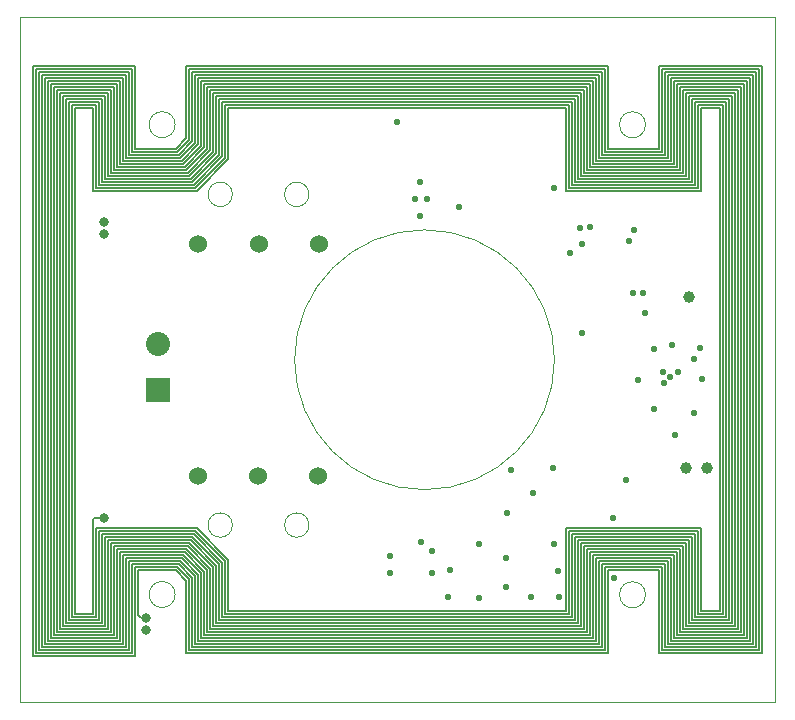
<source format=gbr>
%TF.GenerationSoftware,KiCad,Pcbnew,(5.1.4)-1*%
%TF.CreationDate,2019-12-19T17:17:14-07:00*%
%TF.ProjectId,ypanel,7970616e-656c-42e6-9b69-6361645f7063,rev?*%
%TF.SameCoordinates,Original*%
%TF.FileFunction,Copper,L3,Inr*%
%TF.FilePolarity,Positive*%
%FSLAX46Y46*%
G04 Gerber Fmt 4.6, Leading zero omitted, Abs format (unit mm)*
G04 Created by KiCad (PCBNEW (5.1.4)-1) date 2019-12-19 17:17:14*
%MOMM*%
%LPD*%
G04 APERTURE LIST*
%ADD10C,0.100000*%
%ADD11C,0.050000*%
%ADD12C,2.032000*%
%ADD13R,2.032000X2.032000*%
%ADD14C,1.000000*%
%ADD15C,1.524000*%
%ADD16C,0.584200*%
%ADD17C,0.800000*%
%ADD18C,0.127000*%
G04 APERTURE END LIST*
D10*
X158291000Y-99002479D02*
G75*
G03X158291000Y-99002479I-11000000J0D01*
G01*
X166000000Y-118900000D02*
G75*
G03X166000000Y-118900000I-1100000J0D01*
G01*
X177000000Y-128000000D02*
X177000000Y-70000000D01*
D11*
X126172800Y-118876400D02*
G75*
G03X126172800Y-118876400I-1100000J0D01*
G01*
X126172800Y-79100000D02*
G75*
G03X126172800Y-79100000I-1100000J0D01*
G01*
D10*
X131024564Y-85002478D02*
G75*
G03X131024564Y-85002478I-1029564J0D01*
G01*
X137499564Y-85002478D02*
G75*
G03X137499564Y-85002478I-1029564J0D01*
G01*
X165995000Y-79102480D02*
G75*
G03X165995000Y-79102480I-1100000J0D01*
G01*
X137499564Y-113002480D02*
G75*
G03X137499564Y-113002480I-1029564J0D01*
G01*
X131024564Y-113002480D02*
G75*
G03X131024564Y-113002480I-1029564J0D01*
G01*
X177000000Y-70000000D02*
X113000000Y-70000000D01*
X113000000Y-128000000D02*
X177000000Y-128000000D01*
X113000000Y-70000000D02*
X113000000Y-128000000D01*
D12*
X124764800Y-97691060D03*
D13*
X124764800Y-101546660D03*
D14*
X169717720Y-93723460D03*
X171208700Y-108191300D03*
X169402760Y-108186220D03*
D15*
X128135380Y-108803440D03*
X133215380Y-108803440D03*
X138295380Y-108803440D03*
X138343320Y-89201940D03*
X133243320Y-89201940D03*
X128143320Y-89201940D03*
D16*
X150197820Y-86072980D03*
X144932400Y-78841600D03*
X144373606Y-117043200D03*
X147000000Y-114400000D03*
X168084500Y-100457000D03*
X166751000Y-103187500D03*
X168755844Y-100030260D03*
X167511244Y-100030260D03*
X167566506Y-101006322D03*
X158623000Y-116903500D03*
X154178000Y-118237000D03*
X151892000Y-114617500D03*
X151892000Y-119189500D03*
X156337000Y-119062500D03*
X170624500Y-97980500D03*
X164602160Y-88922860D03*
X166745807Y-98079012D03*
X163372800Y-117500400D03*
X163220400Y-112369600D03*
X154279600Y-111963200D03*
X158140400Y-108153200D03*
X154635200Y-108356400D03*
X158242000Y-114630200D03*
X149453600Y-116840000D03*
X149301200Y-119126000D03*
X158648400Y-119075200D03*
X154178000Y-115798600D03*
X168465500Y-105410000D03*
X170116500Y-98933000D03*
X165933120Y-95034100D03*
X144373600Y-115646200D03*
X165016180Y-87988140D03*
X164312600Y-109220000D03*
X165326844Y-100690660D03*
X158264860Y-84449920D03*
X147891492Y-117094000D03*
X161325108Y-87728617D03*
X147891500Y-115189000D03*
X160464500Y-87820500D03*
X160591500Y-89217500D03*
X146940597Y-83915157D03*
X159575500Y-89979500D03*
X146939000Y-86817200D03*
D17*
X120142000Y-112395000D03*
X123698000Y-120904000D03*
X120142000Y-88392000D03*
X123698000Y-121920000D03*
X120142000Y-87376000D03*
D16*
X146494500Y-85382100D03*
X147497800Y-85382100D03*
X165811200Y-93370400D03*
X164947600Y-93370400D03*
X170784890Y-100643886D03*
X170116500Y-103482122D03*
X160591500Y-96710500D03*
X168211500Y-97790000D03*
X156464000Y-110299500D03*
D18*
X123500000Y-121031000D02*
X123500000Y-121031000D01*
X123063000Y-120594000D02*
X123500000Y-121031000D01*
X123063000Y-116840000D02*
X123063000Y-120594000D01*
X126238000Y-116840000D02*
X123063000Y-116840000D01*
X127127000Y-117729000D02*
X126238000Y-116840000D01*
X162814000Y-123825000D02*
X127127000Y-123825000D01*
X162814000Y-116840000D02*
X162814000Y-123825000D01*
X167132000Y-123825000D02*
X167132000Y-116840000D01*
X175895000Y-123825000D02*
X167132000Y-123825000D01*
X175895000Y-74168000D02*
X175895000Y-123825000D01*
X167132000Y-74168000D02*
X175895000Y-74168000D01*
X167132000Y-81153000D02*
X167132000Y-74168000D01*
X127127000Y-74168000D02*
X162814000Y-74168000D01*
X127127000Y-80264000D02*
X127127000Y-74168000D01*
X126238000Y-81153000D02*
X127127000Y-80264000D01*
X122809000Y-81153000D02*
X126238000Y-81153000D01*
X122809000Y-74168000D02*
X122809000Y-81153000D01*
X114173000Y-124079000D02*
X114173000Y-74168000D01*
X122809000Y-124079000D02*
X114173000Y-124079000D01*
X122809000Y-116586000D02*
X122809000Y-124079000D01*
X126365000Y-116586000D02*
X122809000Y-116586000D01*
X127381000Y-117602000D02*
X126365000Y-116586000D01*
X127381000Y-123571000D02*
X127381000Y-117602000D01*
X162560000Y-123571000D02*
X127381000Y-123571000D01*
X162560000Y-116586000D02*
X162560000Y-123571000D01*
X167386000Y-116586000D02*
X162560000Y-116586000D01*
X167386000Y-123571000D02*
X167386000Y-116586000D01*
X175641000Y-123571000D02*
X167386000Y-123571000D01*
X175641000Y-74422000D02*
X175641000Y-123571000D01*
X167386000Y-74422000D02*
X175641000Y-74422000D01*
X167386000Y-81407000D02*
X167386000Y-74422000D01*
X162560000Y-81407000D02*
X167386000Y-81407000D01*
X127381000Y-74422000D02*
X162560000Y-74422000D01*
X127381000Y-80391000D02*
X127381000Y-74422000D01*
X122555000Y-81407000D02*
X126365000Y-81407000D01*
X122555000Y-123825000D02*
X114427000Y-123825000D01*
X127635000Y-117475000D02*
X126492000Y-116332000D01*
X127635000Y-123317000D02*
X127635000Y-117475000D01*
X162306000Y-123317000D02*
X127635000Y-123317000D01*
X162306000Y-116332000D02*
X162306000Y-123317000D01*
X167640000Y-123317000D02*
X167640000Y-116332000D01*
X175387000Y-123317000D02*
X167640000Y-123317000D01*
X175387000Y-74676000D02*
X175387000Y-123317000D01*
X162306000Y-81661000D02*
X167640000Y-81661000D01*
X162306000Y-74676000D02*
X162306000Y-81661000D01*
X127635000Y-74676000D02*
X162306000Y-74676000D01*
X127635000Y-80518000D02*
X127635000Y-74676000D01*
X126492000Y-81661000D02*
X127635000Y-80518000D01*
X122301000Y-81661000D02*
X126492000Y-81661000D01*
X122301000Y-74676000D02*
X122301000Y-81661000D01*
X114681000Y-74676000D02*
X122301000Y-74676000D01*
X114681000Y-123571000D02*
X114681000Y-74676000D01*
X122301000Y-123571000D02*
X114681000Y-123571000D01*
X122301000Y-116078000D02*
X122301000Y-123571000D01*
X126619000Y-116078000D02*
X122301000Y-116078000D01*
X127889000Y-117348000D02*
X126619000Y-116078000D01*
X162052000Y-123063000D02*
X127889000Y-123063000D01*
X162052000Y-116078000D02*
X162052000Y-123063000D01*
X167894000Y-116078000D02*
X162052000Y-116078000D01*
X167894000Y-123063000D02*
X167894000Y-116078000D01*
X175133000Y-123063000D02*
X167894000Y-123063000D01*
X175133000Y-74930000D02*
X175133000Y-123063000D01*
X167894000Y-74930000D02*
X175133000Y-74930000D01*
X167894000Y-81915000D02*
X167894000Y-74930000D01*
X162052000Y-81915000D02*
X167894000Y-81915000D01*
X162052000Y-74930000D02*
X162052000Y-81915000D01*
X167640000Y-116332000D02*
X162306000Y-116332000D01*
X127889000Y-74930000D02*
X162052000Y-74930000D01*
X127889000Y-123063000D02*
X127889000Y-117348000D01*
X127889000Y-80645000D02*
X127889000Y-74930000D01*
X167640000Y-81661000D02*
X167640000Y-74676000D01*
X126619000Y-81915000D02*
X127889000Y-80645000D01*
X122047000Y-81915000D02*
X126619000Y-81915000D01*
X122047000Y-74930000D02*
X122047000Y-81915000D01*
X114935000Y-74930000D02*
X122047000Y-74930000D01*
X114935000Y-123317000D02*
X114935000Y-74930000D01*
X122047000Y-123317000D02*
X114935000Y-123317000D01*
X122555000Y-116332000D02*
X122555000Y-123825000D01*
X122047000Y-115824000D02*
X122047000Y-123317000D01*
X126746000Y-115824000D02*
X122047000Y-115824000D01*
X128143000Y-117221000D02*
X126746000Y-115824000D01*
X128143000Y-122809000D02*
X128143000Y-117221000D01*
X167640000Y-74676000D02*
X175387000Y-74676000D01*
X161798000Y-122809000D02*
X128143000Y-122809000D01*
X161798000Y-115824000D02*
X161798000Y-122809000D01*
X168148000Y-115824000D02*
X161798000Y-115824000D01*
X114427000Y-123825000D02*
X114427000Y-74422000D01*
X168148000Y-122809000D02*
X168148000Y-115824000D01*
X174879000Y-122809000D02*
X168148000Y-122809000D01*
X174879000Y-75184000D02*
X174879000Y-122809000D01*
X168148000Y-75184000D02*
X174879000Y-75184000D01*
X168148000Y-82169000D02*
X168148000Y-75184000D01*
X161798000Y-82169000D02*
X168148000Y-82169000D01*
X126492000Y-116332000D02*
X122555000Y-116332000D01*
X161798000Y-75184000D02*
X161798000Y-82169000D01*
X128143000Y-75184000D02*
X161798000Y-75184000D01*
X128143000Y-80772000D02*
X128143000Y-75184000D01*
X126746000Y-82169000D02*
X128143000Y-80772000D01*
X121793000Y-82169000D02*
X126746000Y-82169000D01*
X121793000Y-75184000D02*
X121793000Y-82169000D01*
X115189000Y-75184000D02*
X121793000Y-75184000D01*
X115189000Y-123063000D02*
X115189000Y-75184000D01*
X121793000Y-123063000D02*
X115189000Y-123063000D01*
X121793000Y-115570000D02*
X121793000Y-123063000D01*
X126873000Y-115570000D02*
X121793000Y-115570000D01*
X128397000Y-117094000D02*
X126873000Y-115570000D01*
X128397000Y-122555000D02*
X128397000Y-117094000D01*
X162560000Y-74422000D02*
X162560000Y-81407000D01*
X161544000Y-122555000D02*
X128397000Y-122555000D01*
X161544000Y-115570000D02*
X161544000Y-122555000D01*
X168402000Y-115570000D02*
X161544000Y-115570000D01*
X168402000Y-122555000D02*
X168402000Y-115570000D01*
X174625000Y-122555000D02*
X168402000Y-122555000D01*
X174625000Y-75438000D02*
X174625000Y-122555000D01*
X168402000Y-75438000D02*
X174625000Y-75438000D01*
X168402000Y-82423000D02*
X168402000Y-75438000D01*
X161544000Y-82423000D02*
X168402000Y-82423000D01*
X161544000Y-75438000D02*
X161544000Y-82423000D01*
X128397000Y-75438000D02*
X161544000Y-75438000D01*
X128397000Y-80899000D02*
X128397000Y-75438000D01*
X126873000Y-82423000D02*
X128397000Y-80899000D01*
X121539000Y-82423000D02*
X126873000Y-82423000D01*
X126365000Y-81407000D02*
X127381000Y-80391000D01*
X121539000Y-75438000D02*
X121539000Y-82423000D01*
X115443000Y-75438000D02*
X121539000Y-75438000D01*
X115443000Y-122809000D02*
X115443000Y-75438000D01*
X122555000Y-74422000D02*
X122555000Y-81407000D01*
X121539000Y-122809000D02*
X115443000Y-122809000D01*
X114427000Y-74422000D02*
X122555000Y-74422000D01*
X121539000Y-115316000D02*
X121539000Y-122809000D01*
X127000000Y-115316000D02*
X121539000Y-115316000D01*
X128651000Y-116967000D02*
X127000000Y-115316000D01*
X128651000Y-122301000D02*
X128651000Y-116967000D01*
X161290000Y-122301000D02*
X128651000Y-122301000D01*
X161290000Y-115316000D02*
X161290000Y-122301000D01*
X168656000Y-115316000D02*
X161290000Y-115316000D01*
X168656000Y-122301000D02*
X168656000Y-115316000D01*
X174371000Y-122301000D02*
X168656000Y-122301000D01*
X174371000Y-75692000D02*
X174371000Y-122301000D01*
X168656000Y-75692000D02*
X174371000Y-75692000D01*
X168656000Y-82677000D02*
X168656000Y-75692000D01*
X161290000Y-82677000D02*
X168656000Y-82677000D01*
X161290000Y-75692000D02*
X161290000Y-82677000D01*
X128651000Y-75692000D02*
X161290000Y-75692000D01*
X128651000Y-81026000D02*
X128651000Y-75692000D01*
X127000000Y-82677000D02*
X128651000Y-81026000D01*
X121285000Y-82677000D02*
X127000000Y-82677000D01*
X121285000Y-75692000D02*
X121285000Y-82677000D01*
X115697000Y-75692000D02*
X121285000Y-75692000D01*
X115697000Y-122555000D02*
X115697000Y-75692000D01*
X121285000Y-122555000D02*
X115697000Y-122555000D01*
X121285000Y-115062000D02*
X121285000Y-122555000D01*
X127127000Y-115062000D02*
X121285000Y-115062000D01*
X128905000Y-116840000D02*
X127127000Y-115062000D01*
X128905000Y-122047000D02*
X128905000Y-116840000D01*
X161036000Y-122047000D02*
X128905000Y-122047000D01*
X161036000Y-115062000D02*
X161036000Y-122047000D01*
X168910000Y-115062000D02*
X161036000Y-115062000D01*
X168910000Y-122047000D02*
X168910000Y-115062000D01*
X174117000Y-122047000D02*
X168910000Y-122047000D01*
X174117000Y-75946000D02*
X174117000Y-122047000D01*
X168910000Y-75946000D02*
X174117000Y-75946000D01*
X168910000Y-82931000D02*
X168910000Y-75946000D01*
X161036000Y-82931000D02*
X168910000Y-82931000D01*
X129921000Y-76962000D02*
X160020000Y-76962000D01*
X120015000Y-76962000D02*
X120015000Y-83947000D01*
X129921000Y-81661000D02*
X129921000Y-76962000D01*
X127381000Y-83439000D02*
X129413000Y-81407000D01*
X116967000Y-121285000D02*
X116967000Y-76962000D01*
X120015000Y-113792000D02*
X120015000Y-121285000D01*
X127762000Y-113792000D02*
X120015000Y-113792000D01*
X159766000Y-84201000D02*
X170180000Y-84201000D01*
X130175000Y-77216000D02*
X159766000Y-77216000D01*
X119761000Y-84201000D02*
X127762000Y-84201000D01*
X117221000Y-77216000D02*
X119761000Y-77216000D01*
X117221000Y-121031000D02*
X117221000Y-77216000D01*
X119761000Y-121031000D02*
X117221000Y-121031000D01*
X119761000Y-113538000D02*
X119761000Y-121031000D01*
X127889000Y-113538000D02*
X119761000Y-113538000D01*
X120015000Y-83947000D02*
X127635000Y-83947000D01*
X127381000Y-114554000D02*
X120777000Y-114554000D01*
X130429000Y-116078000D02*
X127889000Y-113538000D01*
X130429000Y-120523000D02*
X130429000Y-116078000D01*
X159766000Y-120777000D02*
X130175000Y-120777000D01*
X167132000Y-116840000D02*
X162814000Y-116840000D01*
X159512000Y-120523000D02*
X130429000Y-120523000D01*
X159512000Y-113538000D02*
X159512000Y-120523000D01*
X170180000Y-113792000D02*
X159766000Y-113792000D01*
X162814000Y-74168000D02*
X162814000Y-81153000D01*
X170434000Y-113538000D02*
X159512000Y-113538000D01*
X170434000Y-120523000D02*
X170434000Y-113538000D01*
X114173000Y-74168000D02*
X122809000Y-74168000D01*
X172593000Y-120523000D02*
X170434000Y-120523000D01*
X172593000Y-77470000D02*
X172593000Y-120523000D01*
X130683000Y-77724000D02*
X159258000Y-77724000D01*
X127762000Y-84201000D02*
X130175000Y-81788000D01*
X116459000Y-121793000D02*
X116459000Y-76454000D01*
X117475000Y-77470000D02*
X119507000Y-77470000D01*
X130683000Y-82042000D02*
X130683000Y-77724000D01*
X121031000Y-122301000D02*
X115951000Y-122301000D01*
X159766000Y-113792000D02*
X159766000Y-120777000D01*
X128016000Y-84709000D02*
X130683000Y-82042000D01*
X170180000Y-77216000D02*
X172847000Y-77216000D01*
X173355000Y-76708000D02*
X173355000Y-121285000D01*
X170688000Y-77724000D02*
X172339000Y-77724000D01*
X127127000Y-123825000D02*
X127127000Y-117729000D01*
X119253000Y-84709000D02*
X128016000Y-84709000D01*
X160528000Y-121539000D02*
X129413000Y-121539000D01*
X170688000Y-84709000D02*
X170688000Y-77724000D01*
X130175000Y-81788000D02*
X130175000Y-77216000D01*
X116459000Y-76454000D02*
X120523000Y-76454000D01*
X119380000Y-112395000D02*
X119253000Y-112522000D01*
X172339000Y-77724000D02*
X172339000Y-120269000D01*
X117729000Y-120523000D02*
X117729000Y-77724000D01*
X159766000Y-77216000D02*
X159766000Y-84201000D01*
X159258000Y-84709000D02*
X170688000Y-84709000D01*
X170688000Y-113284000D02*
X159258000Y-113284000D01*
X119253000Y-112522000D02*
X119253000Y-120523000D01*
X160782000Y-83185000D02*
X169164000Y-83185000D01*
X117729000Y-77724000D02*
X119253000Y-77724000D01*
X172339000Y-120269000D02*
X170688000Y-120269000D01*
X130175000Y-116205000D02*
X127762000Y-113792000D01*
X130429000Y-77470000D02*
X159512000Y-77470000D01*
X127635000Y-83947000D02*
X129921000Y-81661000D01*
X130175000Y-120777000D02*
X130175000Y-116205000D01*
X173355000Y-121285000D02*
X169672000Y-121285000D01*
X162814000Y-81153000D02*
X167132000Y-81153000D01*
X170688000Y-120269000D02*
X170688000Y-113284000D01*
X121031000Y-82931000D02*
X127127000Y-82931000D01*
X120523000Y-76454000D02*
X120523000Y-83439000D01*
X170180000Y-120777000D02*
X170180000Y-113792000D01*
X159258000Y-113284000D02*
X159258000Y-120269000D01*
X128016000Y-113284000D02*
X119507000Y-113284000D01*
X159258000Y-120269000D02*
X130683000Y-120269000D01*
X173609000Y-121539000D02*
X169418000Y-121539000D01*
X170434000Y-84455000D02*
X170434000Y-77470000D01*
X130683000Y-120269000D02*
X130683000Y-115951000D01*
X160528000Y-114554000D02*
X160528000Y-121539000D01*
X130683000Y-115951000D02*
X128016000Y-113284000D01*
X160020000Y-76962000D02*
X160020000Y-83947000D01*
X129413000Y-76454000D02*
X160528000Y-76454000D01*
X119507000Y-113284000D02*
X119507000Y-120777000D01*
X119507000Y-120777000D02*
X117475000Y-120777000D01*
X117475000Y-120777000D02*
X117475000Y-77470000D01*
X119507000Y-77470000D02*
X119507000Y-84455000D01*
X119507000Y-84455000D02*
X127889000Y-84455000D01*
X127889000Y-84455000D02*
X130429000Y-81915000D01*
X170434000Y-77470000D02*
X172593000Y-77470000D01*
X129413000Y-81407000D02*
X129413000Y-76454000D01*
X116967000Y-76962000D02*
X120015000Y-76962000D01*
X129159000Y-81280000D02*
X129159000Y-76200000D01*
X130429000Y-81915000D02*
X130429000Y-77470000D01*
X159512000Y-77470000D02*
X159512000Y-84455000D01*
X119253000Y-120523000D02*
X117729000Y-120523000D01*
X169418000Y-114554000D02*
X160528000Y-114554000D01*
X159512000Y-84455000D02*
X170434000Y-84455000D01*
X120142000Y-112395000D02*
X119380000Y-112395000D01*
X169418000Y-121539000D02*
X169418000Y-114554000D01*
X160020000Y-83947000D02*
X169926000Y-83947000D01*
X172847000Y-77216000D02*
X172847000Y-120777000D01*
X129667000Y-121285000D02*
X129667000Y-116459000D01*
X116205000Y-122047000D02*
X116205000Y-76200000D01*
X120523000Y-121793000D02*
X116459000Y-121793000D01*
X169926000Y-76962000D02*
X173101000Y-76962000D01*
X173101000Y-76962000D02*
X173101000Y-121031000D01*
X173101000Y-121031000D02*
X169926000Y-121031000D01*
X169926000Y-121031000D02*
X169926000Y-114046000D01*
X119761000Y-77216000D02*
X119761000Y-84201000D01*
X120523000Y-83439000D02*
X127381000Y-83439000D01*
X169926000Y-114046000D02*
X160020000Y-114046000D01*
X160020000Y-114046000D02*
X160020000Y-121031000D01*
X160528000Y-83439000D02*
X169418000Y-83439000D01*
X160020000Y-121031000D02*
X129921000Y-121031000D01*
X169672000Y-114300000D02*
X160274000Y-114300000D01*
X129921000Y-121031000D02*
X129921000Y-116332000D01*
X129921000Y-116332000D02*
X127635000Y-114046000D01*
X127635000Y-114046000D02*
X120269000Y-114046000D01*
X169164000Y-76200000D02*
X173863000Y-76200000D01*
X169418000Y-83439000D02*
X169418000Y-76454000D01*
X120269000Y-114046000D02*
X120269000Y-121539000D01*
X169926000Y-83947000D02*
X169926000Y-76962000D01*
X173863000Y-76200000D02*
X173863000Y-121793000D01*
X120269000Y-121539000D02*
X116713000Y-121539000D01*
X170180000Y-84201000D02*
X170180000Y-77216000D01*
X129667000Y-116459000D02*
X127508000Y-114300000D01*
X116713000Y-121539000D02*
X116713000Y-76708000D01*
X169672000Y-121285000D02*
X169672000Y-114300000D01*
X116713000Y-76708000D02*
X120269000Y-76708000D01*
X120269000Y-76708000D02*
X120269000Y-83693000D01*
X160274000Y-114300000D02*
X160274000Y-121285000D01*
X120269000Y-83693000D02*
X127508000Y-83693000D01*
X169672000Y-76708000D02*
X173355000Y-76708000D01*
X127508000Y-83693000D02*
X129667000Y-81534000D01*
X129667000Y-81534000D02*
X129667000Y-76708000D01*
X120015000Y-121285000D02*
X116967000Y-121285000D01*
X127508000Y-114300000D02*
X120523000Y-114300000D01*
X129667000Y-76708000D02*
X160274000Y-76708000D01*
X160274000Y-121285000D02*
X129667000Y-121285000D01*
X160274000Y-76708000D02*
X160274000Y-83693000D01*
X172847000Y-120777000D02*
X170180000Y-120777000D01*
X120523000Y-114300000D02*
X120523000Y-121793000D01*
X169418000Y-76454000D02*
X173609000Y-76454000D01*
X160274000Y-83693000D02*
X169672000Y-83693000D01*
X173609000Y-76454000D02*
X173609000Y-121539000D01*
X169672000Y-83693000D02*
X169672000Y-76708000D01*
X159258000Y-77724000D02*
X159258000Y-84709000D01*
X160528000Y-76454000D02*
X160528000Y-83439000D01*
X119253000Y-77724000D02*
X119253000Y-84709000D01*
X129413000Y-121539000D02*
X129413000Y-116586000D01*
X129413000Y-116586000D02*
X127381000Y-114554000D01*
X120777000Y-114554000D02*
X120777000Y-122047000D01*
X120777000Y-122047000D02*
X116205000Y-122047000D01*
X116205000Y-76200000D02*
X120777000Y-76200000D01*
X120777000Y-76200000D02*
X120777000Y-83185000D01*
X120777000Y-83185000D02*
X127254000Y-83185000D01*
X127254000Y-83185000D02*
X129159000Y-81280000D01*
X129159000Y-76200000D02*
X160782000Y-76200000D01*
X160782000Y-76200000D02*
X160782000Y-83185000D01*
X169164000Y-83185000D02*
X169164000Y-76200000D01*
X173863000Y-121793000D02*
X169164000Y-121793000D01*
X169164000Y-121793000D02*
X169164000Y-114808000D01*
X169164000Y-114808000D02*
X160782000Y-114808000D01*
X160782000Y-114808000D02*
X160782000Y-121793000D01*
X160782000Y-121793000D02*
X129159000Y-121793000D01*
X129159000Y-121793000D02*
X129159000Y-116713000D01*
X129159000Y-116713000D02*
X127254000Y-114808000D01*
X127254000Y-114808000D02*
X121031000Y-114808000D01*
X121031000Y-114808000D02*
X121031000Y-122301000D01*
X115951000Y-122301000D02*
X115951000Y-75946000D01*
X115951000Y-75946000D02*
X121031000Y-75946000D01*
X121031000Y-75946000D02*
X121031000Y-82931000D01*
X127127000Y-82931000D02*
X128905000Y-81153000D01*
X128905000Y-81153000D02*
X128905000Y-75946000D01*
X128905000Y-75946000D02*
X161036000Y-75946000D01*
X161036000Y-75946000D02*
X161036000Y-82931000D01*
M02*

</source>
